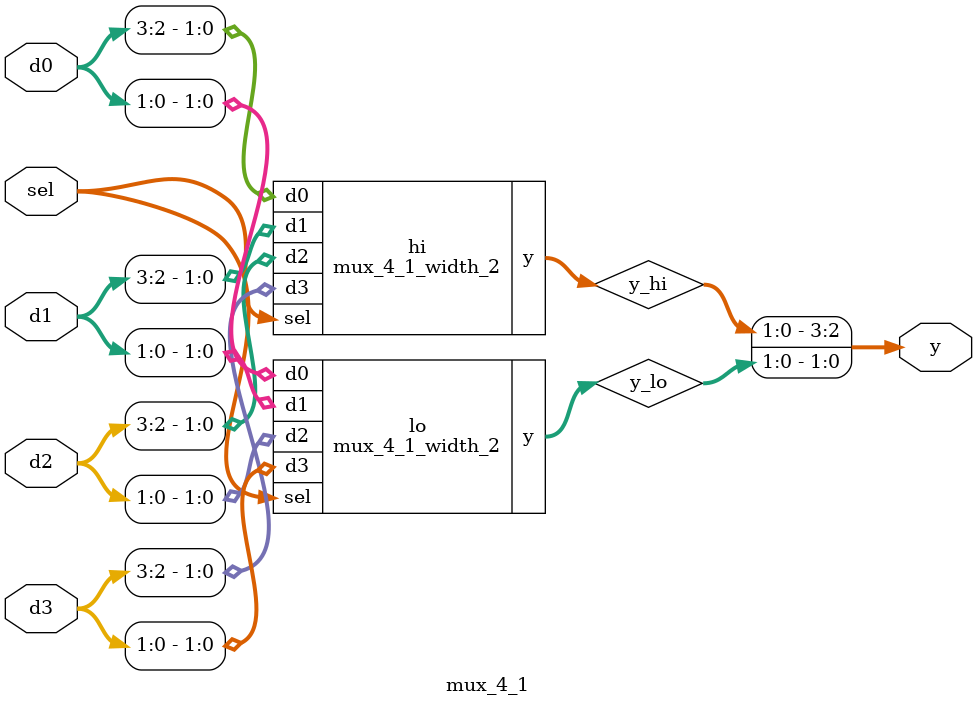
<source format=sv>

module mux_4_1_width_2
  (
    input  [1:0] d0, d1, d2, d3,
    input  [1:0] sel,
    output [1:0] y
  );

  assign y = sel [1] ? (sel [0] ? d3 : d2)
         : (sel [0] ? d1 : d0);

endmodule

//----------------------------------------------------------------------------
// Task
//----------------------------------------------------------------------------

module mux_4_1
  (
    input  [3:0] d0, d1, d2, d3,
    input  [1:0] sel,
    output [3:0] y
  );

  // Task:
  // Implement mux_4_1 with 4-bit data
  // using two instances of mux_4_1_width_2 with 2-bit data
  wire [1:0] y_lo, y_hi;

  mux_4_1_width_2 lo (
                    .d0 (d0[1:0]), .d1 (d1[1:0]),
                    .d2 (d2[1:0]), .d3 (d3[1:0]),
                    .sel(sel),     .y  (y_lo)
                  );

  mux_4_1_width_2 hi (
                    .d0 (d0[3:2]), .d1 (d1[3:2]),
                    .d2 (d2[3:2]), .d3 (d3[3:2]),
                    .sel(sel),     .y  (y_hi)
                  );

  assign y = {y_hi, y_lo};
endmodule

</source>
